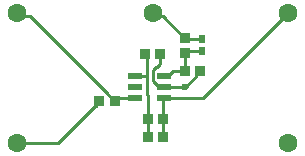
<source format=gtl>
G04*
G04 #@! TF.GenerationSoftware,Altium Limited,Altium Designer,20.1.12 (249)*
G04*
G04 Layer_Physical_Order=1*
G04 Layer_Color=255*
%FSLAX44Y44*%
%MOMM*%
G71*
G04*
G04 #@! TF.SameCoordinates,CE9DEF06-69A2-4F46-9589-B77C1FE2B784*
G04*
G04*
G04 #@! TF.FilePolarity,Positive*
G04*
G01*
G75*
%ADD12R,0.6000X0.8000*%
%ADD13R,0.8300X0.9400*%
%ADD14R,1.2000X0.6000*%
%ADD15R,0.9400X0.8300*%
%ADD22C,0.2540*%
%ADD23C,1.6000*%
%ADD24C,0.6000*%
D12*
X172243Y107500D02*
D03*
Y97500D02*
D03*
D13*
X123400Y95000D02*
D03*
X136600D02*
D03*
X139100Y25065D02*
D03*
X125900D02*
D03*
X139100Y40507D02*
D03*
X125900D02*
D03*
X84607Y55000D02*
D03*
X97808D02*
D03*
X157192Y81007D02*
D03*
X170392D02*
D03*
D14*
X140000Y58000D02*
D03*
Y67500D02*
D03*
Y77000D02*
D03*
X115000D02*
D03*
Y67500D02*
D03*
Y58000D02*
D03*
D15*
X157500Y109100D02*
D03*
Y95900D02*
D03*
D22*
X84607Y54450D02*
Y55000D01*
X81728Y51570D02*
X84607Y54450D01*
X81178Y51570D02*
X81728D01*
X49608Y20000D02*
X81178Y51570D01*
X15000Y20000D02*
X49608D01*
X130190Y72422D02*
X133382Y69230D01*
X125900Y25065D02*
Y60074D01*
X132646Y84034D02*
X134144D01*
X133382Y69230D02*
X138270D01*
X123900Y77000D02*
X125110Y75790D01*
X123400Y95000D02*
X125110Y93290D01*
X130190Y81578D02*
X132646Y84034D01*
X130190Y72422D02*
Y81578D01*
X125110Y60864D02*
Y93290D01*
Y60864D02*
X125900Y60074D01*
X136600Y86490D02*
Y95000D01*
X134144Y84034D02*
X136600Y86490D01*
X138270Y69230D02*
X140000Y67500D01*
X157923D01*
X167512Y77089D01*
Y78127D01*
X170392Y81007D01*
X97808Y55120D02*
Y55550D01*
Y55000D02*
Y55120D01*
X92568Y60790D02*
X97808Y55550D01*
X92568Y60790D02*
Y61278D01*
X26421Y127424D02*
X92568Y61278D01*
X17576Y127424D02*
X26421D01*
X15000Y130000D02*
X17576Y127424D01*
X100688Y58000D02*
X115000D01*
X97808Y55120D02*
X100688Y58000D01*
X147008Y81007D02*
X157192D01*
X143000Y77000D02*
X147008Y81007D01*
X140000Y77000D02*
X143000D01*
X157500Y81315D02*
Y95900D01*
X157192Y81007D02*
X157500Y81315D01*
X159100Y97500D02*
X172243D01*
X157500Y95900D02*
X159100Y97500D01*
Y107500D02*
X172243D01*
X157500Y109100D02*
X159100Y107500D01*
X156950Y109100D02*
X157500D01*
X138625Y127424D02*
X156950Y109100D01*
X132576Y127424D02*
X138625D01*
X130000Y130000D02*
X132576Y127424D01*
X115000Y77000D02*
X123900D01*
X139100Y25065D02*
Y40507D01*
Y57100D01*
X140000Y58000D01*
X173000D02*
X245000Y130000D01*
X140000Y58000D02*
X173000D01*
D23*
X15000Y130000D02*
D03*
Y20000D02*
D03*
X245000D02*
D03*
Y130000D02*
D03*
X130000D02*
D03*
D24*
X157500Y67500D02*
D03*
M02*

</source>
